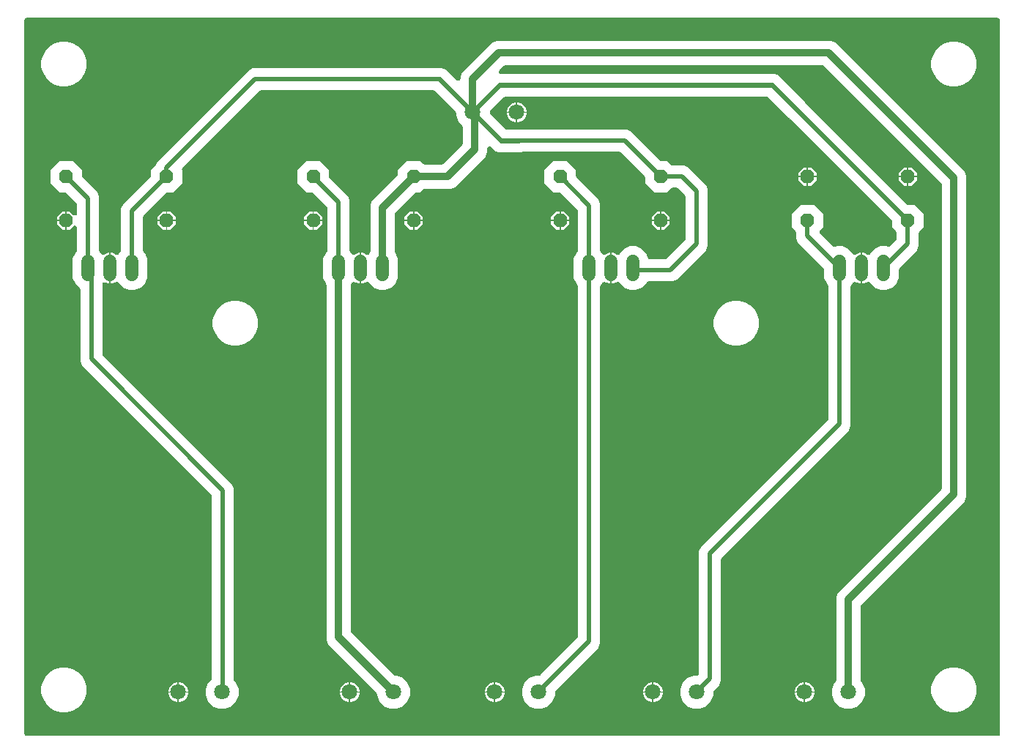
<source format=gbr>
G04 EAGLE Gerber RS-274X export*
G75*
%MOMM*%
%FSLAX34Y34*%
%LPD*%
%INBottom Copper*%
%IPPOS*%
%AMOC8*
5,1,8,0,0,1.08239X$1,22.5*%
G01*
G04 Define Apertures*
%ADD10C,1.524000*%
%ADD11P,1.73204X8X292.5*%
%ADD12P,1.73204X8X112.5*%
%ADD13C,1.800000*%
%ADD14C,0.508000*%
%ADD15C,0.812800*%
%ADD16C,0.609600*%
G36*
X1156691Y-27739D02*
X1155700Y-27940D01*
X33020Y-27940D01*
X32104Y-27769D01*
X31253Y-27224D01*
X30681Y-26391D01*
X30480Y-25400D01*
X30480Y800100D01*
X30651Y801016D01*
X31196Y801867D01*
X32029Y802439D01*
X33020Y802640D01*
X1155700Y802640D01*
X1156616Y802469D01*
X1157467Y801924D01*
X1158039Y801091D01*
X1158240Y800100D01*
X1158240Y-25400D01*
X1158069Y-26316D01*
X1157524Y-27167D01*
X1156691Y-27739D01*
G37*
%LPC*%
G36*
X979169Y3700D02*
X986791Y3700D01*
X993833Y6617D01*
X999223Y12007D01*
X1002140Y19049D01*
X1002140Y26671D01*
X999223Y33713D01*
X997948Y34988D01*
X997405Y35794D01*
X997204Y36784D01*
X997204Y122596D01*
X997390Y123549D01*
X997948Y124392D01*
X1116959Y243403D01*
X1119124Y248631D01*
X1119124Y620049D01*
X1116959Y625277D01*
X968177Y774059D01*
X962949Y776224D01*
X576291Y776224D01*
X571063Y774059D01*
X536581Y739577D01*
X534416Y734349D01*
X534416Y732455D01*
X534260Y731577D01*
X533728Y730717D01*
X532904Y730132D01*
X531917Y729915D01*
X530923Y730101D01*
X530080Y730659D01*
X518022Y742717D01*
X513167Y744728D01*
X507913Y744728D01*
X507153Y744413D01*
X506181Y744220D01*
X294654Y744220D01*
X289986Y742287D01*
X184088Y636388D01*
X182558Y632695D01*
X182007Y631871D01*
X176693Y626557D01*
X176693Y619886D01*
X176508Y618933D01*
X175949Y618090D01*
X144173Y586314D01*
X142240Y581646D01*
X142240Y534197D01*
X142054Y533244D01*
X141496Y532401D01*
X139867Y530772D01*
X139555Y530020D01*
X139061Y529254D01*
X138237Y528669D01*
X137249Y528452D01*
X136256Y528637D01*
X135413Y529196D01*
X135295Y529313D01*
X131561Y530860D01*
X130302Y530860D01*
X130302Y495300D01*
X131561Y495300D01*
X135295Y496847D01*
X135413Y496964D01*
X136163Y497483D01*
X137148Y497708D01*
X138143Y497530D01*
X138991Y496979D01*
X139555Y496140D01*
X139867Y495389D01*
X144868Y490387D01*
X151403Y487680D01*
X158477Y487680D01*
X165012Y490387D01*
X170013Y495388D01*
X172720Y501923D01*
X172720Y524237D01*
X170013Y530772D01*
X168384Y532401D01*
X167841Y533206D01*
X167640Y534197D01*
X167640Y572807D01*
X167826Y573761D01*
X168384Y574603D01*
X193910Y600129D01*
X194715Y600672D01*
X195706Y600873D01*
X202377Y600873D01*
X213015Y611512D01*
X213015Y626730D01*
X212866Y626948D01*
X212649Y627935D01*
X212834Y628929D01*
X213392Y629772D01*
X301697Y718076D01*
X302502Y718619D01*
X303493Y718820D01*
X503509Y718820D01*
X504462Y718634D01*
X505305Y718076D01*
X528736Y694645D01*
X529279Y693840D01*
X529480Y692849D01*
X529480Y689609D01*
X532397Y682567D01*
X536212Y678752D01*
X536755Y677946D01*
X536956Y676956D01*
X536956Y657184D01*
X536770Y656231D01*
X536212Y655388D01*
X514827Y634002D01*
X514021Y633459D01*
X513030Y633258D01*
X492934Y633258D01*
X491981Y633444D01*
X491138Y634002D01*
X487945Y637195D01*
X472900Y637195D01*
X462262Y626557D01*
X462262Y622041D01*
X462076Y621088D01*
X461518Y620245D01*
X432441Y591169D01*
X430276Y585941D01*
X430276Y532673D01*
X430090Y531720D01*
X429532Y530877D01*
X429427Y530772D01*
X429115Y530020D01*
X428621Y529254D01*
X427797Y528669D01*
X426809Y528452D01*
X425816Y528637D01*
X424973Y529196D01*
X424855Y529313D01*
X421121Y530860D01*
X419862Y530860D01*
X419862Y495300D01*
X421121Y495300D01*
X424855Y496847D01*
X424973Y496964D01*
X425723Y497483D01*
X426708Y497708D01*
X427703Y497530D01*
X428551Y496979D01*
X429115Y496140D01*
X429427Y495389D01*
X434428Y490387D01*
X440963Y487680D01*
X448037Y487680D01*
X454572Y490387D01*
X459573Y495388D01*
X462280Y501923D01*
X462280Y524237D01*
X459573Y530772D01*
X459468Y530877D01*
X458925Y531682D01*
X458724Y532673D01*
X458724Y576168D01*
X458910Y577121D01*
X459468Y577964D01*
X481634Y600129D01*
X482439Y600672D01*
X483430Y600873D01*
X487945Y600873D01*
X491138Y604066D01*
X491944Y604609D01*
X492934Y604810D01*
X522804Y604810D01*
X528032Y606976D01*
X563239Y642183D01*
X565404Y647411D01*
X565404Y651845D01*
X565560Y652723D01*
X566092Y653583D01*
X566916Y654168D01*
X567904Y654385D01*
X568897Y654199D01*
X569740Y653641D01*
X574178Y649203D01*
X579033Y647192D01*
X604607Y647192D01*
X605367Y647507D01*
X606339Y647700D01*
X718313Y647700D01*
X719266Y647514D01*
X720109Y646956D01*
X747086Y619979D01*
X747629Y619173D01*
X747830Y618183D01*
X747830Y611512D01*
X758469Y600873D01*
X773514Y600873D01*
X778231Y605590D01*
X779036Y606133D01*
X780027Y606334D01*
X784353Y606334D01*
X785306Y606149D01*
X786149Y605590D01*
X794276Y597463D01*
X794819Y596658D01*
X795020Y595667D01*
X795020Y547333D01*
X794834Y546379D01*
X794276Y545537D01*
X772723Y523984D01*
X771918Y523441D01*
X770927Y523240D01*
X753950Y523240D01*
X753016Y523418D01*
X752168Y523970D01*
X751603Y524808D01*
X749133Y530772D01*
X744132Y535773D01*
X737597Y538480D01*
X730523Y538480D01*
X723988Y535773D01*
X718987Y530772D01*
X718675Y530020D01*
X718181Y529254D01*
X717357Y528669D01*
X716369Y528452D01*
X715376Y528637D01*
X714533Y529196D01*
X714415Y529313D01*
X710681Y530860D01*
X709422Y530860D01*
X709422Y495300D01*
X710681Y495300D01*
X714415Y496847D01*
X714533Y496964D01*
X715283Y497483D01*
X716268Y497708D01*
X717263Y497530D01*
X718111Y496979D01*
X718675Y496140D01*
X718987Y495389D01*
X723988Y490387D01*
X730523Y487680D01*
X737597Y487680D01*
X744132Y490387D01*
X749133Y495388D01*
X749499Y496272D01*
X750021Y497067D01*
X750855Y497639D01*
X751846Y497840D01*
X779766Y497840D01*
X784434Y499773D01*
X818487Y533826D01*
X820420Y538494D01*
X820420Y604506D01*
X818487Y609174D01*
X797860Y629801D01*
X793192Y631734D01*
X780027Y631734D01*
X779074Y631920D01*
X778231Y632478D01*
X773514Y637195D01*
X766843Y637195D01*
X765890Y637381D01*
X765047Y637939D01*
X731820Y671167D01*
X727152Y673100D01*
X606339Y673100D01*
X605367Y673293D01*
X604607Y673608D01*
X588183Y673608D01*
X587230Y673794D01*
X586387Y674352D01*
X569115Y691624D01*
X568588Y692392D01*
X568371Y693380D01*
X568557Y694373D01*
X569115Y695216D01*
X584719Y710820D01*
X585524Y711363D01*
X586515Y711564D01*
X888499Y711564D01*
X889453Y711378D01*
X890295Y710820D01*
X913813Y687303D01*
X914572Y686988D01*
X915396Y686438D01*
X1032655Y569179D01*
X1033198Y568373D01*
X1033399Y567383D01*
X1033399Y560712D01*
X1038116Y555995D01*
X1038659Y555189D01*
X1038860Y554199D01*
X1038860Y547333D01*
X1038674Y546379D01*
X1038116Y545537D01*
X1031116Y538537D01*
X1030330Y538002D01*
X1029341Y537793D01*
X1028348Y537986D01*
X1027157Y538480D01*
X1020083Y538480D01*
X1013548Y535773D01*
X1008547Y530772D01*
X1008235Y530020D01*
X1007741Y529254D01*
X1006917Y528669D01*
X1005929Y528452D01*
X1004936Y528637D01*
X1004093Y529196D01*
X1003975Y529313D01*
X1000241Y530860D01*
X998982Y530860D01*
X998982Y495300D01*
X1000241Y495300D01*
X1003975Y496847D01*
X1004093Y496964D01*
X1004843Y497483D01*
X1005828Y497708D01*
X1006823Y497530D01*
X1007671Y496979D01*
X1008235Y496140D01*
X1008547Y495389D01*
X1013548Y490387D01*
X1020083Y487680D01*
X1027157Y487680D01*
X1033692Y490387D01*
X1038693Y495388D01*
X1041400Y501923D01*
X1041400Y511847D01*
X1041586Y512801D01*
X1042144Y513643D01*
X1062327Y533826D01*
X1064260Y538494D01*
X1064260Y554199D01*
X1064446Y555152D01*
X1065004Y555995D01*
X1069721Y560712D01*
X1069721Y575757D01*
X1059082Y586395D01*
X1052412Y586395D01*
X1051458Y586581D01*
X1050616Y587139D01*
X933357Y704398D01*
X932806Y705222D01*
X932491Y705982D01*
X902504Y735969D01*
X897650Y737980D01*
X581348Y737980D01*
X580470Y738136D01*
X579610Y738668D01*
X579025Y739492D01*
X578808Y740480D01*
X578994Y741473D01*
X579552Y742316D01*
X584268Y747032D01*
X585073Y747575D01*
X586064Y747776D01*
X953176Y747776D01*
X954129Y747590D01*
X954972Y747032D01*
X1089932Y612072D01*
X1090475Y611267D01*
X1090676Y610276D01*
X1090676Y258404D01*
X1090490Y257451D01*
X1089932Y256608D01*
X970921Y137597D01*
X968756Y132369D01*
X968756Y36784D01*
X968570Y35831D01*
X968012Y34988D01*
X966737Y33713D01*
X963820Y26671D01*
X963820Y19049D01*
X966737Y12007D01*
X972127Y6617D01*
X979169Y3700D01*
G37*
G36*
X1101456Y723138D02*
X1108344Y723138D01*
X1114998Y724921D01*
X1120964Y728365D01*
X1125835Y733236D01*
X1129279Y739202D01*
X1131062Y745856D01*
X1131062Y752744D01*
X1129279Y759398D01*
X1125835Y765364D01*
X1120964Y770235D01*
X1114998Y773679D01*
X1108344Y775462D01*
X1101456Y775462D01*
X1094802Y773679D01*
X1088836Y770235D01*
X1083965Y765364D01*
X1080521Y759398D01*
X1078738Y752744D01*
X1078738Y745856D01*
X1080521Y739202D01*
X1083965Y733236D01*
X1088836Y728365D01*
X1094802Y724921D01*
X1101456Y723138D01*
G37*
G36*
X72756Y723138D02*
X79644Y723138D01*
X86298Y724921D01*
X92264Y728365D01*
X97135Y733236D01*
X100579Y739202D01*
X102362Y745856D01*
X102362Y752744D01*
X100579Y759398D01*
X97135Y765364D01*
X92264Y770235D01*
X86298Y773679D01*
X79644Y775462D01*
X72756Y775462D01*
X66102Y773679D01*
X60136Y770235D01*
X55265Y765364D01*
X51821Y759398D01*
X50038Y752744D01*
X50038Y745856D01*
X51821Y739202D01*
X55265Y733236D01*
X60136Y728365D01*
X66102Y724921D01*
X72756Y723138D01*
G37*
G36*
X587900Y694182D02*
X598678Y694182D01*
X598678Y704960D01*
X597145Y704960D01*
X592903Y703203D01*
X589657Y699957D01*
X587900Y695715D01*
X587900Y694182D01*
G37*
G36*
X600202Y694182D02*
X610980Y694182D01*
X610980Y695715D01*
X609223Y699957D01*
X605977Y703203D01*
X601735Y704960D01*
X600202Y704960D01*
X600202Y694182D01*
G37*
G36*
X600202Y681880D02*
X601735Y681880D01*
X605977Y683637D01*
X609223Y686883D01*
X610980Y691125D01*
X610980Y692658D01*
X600202Y692658D01*
X600202Y681880D01*
G37*
G36*
X597145Y681880D02*
X598678Y681880D01*
X598678Y692658D01*
X587900Y692658D01*
X587900Y691125D01*
X589657Y686883D01*
X592903Y683637D01*
X597145Y681880D01*
G37*
G36*
X255269Y3700D02*
X262891Y3700D01*
X269933Y6617D01*
X275323Y12007D01*
X278240Y19049D01*
X278240Y26671D01*
X275323Y33713D01*
X272888Y36148D01*
X272345Y36954D01*
X272144Y37944D01*
X272144Y258906D01*
X270211Y263574D01*
X121140Y412645D01*
X120597Y413450D01*
X120396Y414441D01*
X120396Y494449D01*
X120560Y495346D01*
X121098Y496202D01*
X121927Y496780D01*
X122916Y496989D01*
X123908Y496796D01*
X127519Y495300D01*
X128778Y495300D01*
X128778Y530860D01*
X127519Y530860D01*
X123785Y529313D01*
X123667Y529196D01*
X122918Y528677D01*
X121932Y528452D01*
X120937Y528630D01*
X120090Y529181D01*
X119525Y530020D01*
X119213Y530772D01*
X117584Y532401D01*
X117041Y533206D01*
X116840Y534197D01*
X116840Y596161D01*
X114907Y600828D01*
X97645Y618090D01*
X97102Y618895D01*
X96901Y619886D01*
X96901Y626557D01*
X86263Y637195D01*
X71218Y637195D01*
X60579Y626557D01*
X60579Y611512D01*
X71218Y600873D01*
X77888Y600873D01*
X78842Y600688D01*
X79684Y600129D01*
X90696Y589118D01*
X91239Y588312D01*
X91440Y587322D01*
X91440Y576574D01*
X91284Y575696D01*
X90752Y574836D01*
X89928Y574251D01*
X88941Y574034D01*
X87947Y574219D01*
X87104Y574778D01*
X83106Y578775D01*
X79502Y578775D01*
X79502Y557693D01*
X83106Y557693D01*
X87104Y561691D01*
X87835Y562201D01*
X88819Y562434D01*
X89816Y562264D01*
X90667Y561719D01*
X91239Y560886D01*
X91440Y559895D01*
X91440Y534197D01*
X91254Y533244D01*
X90696Y532401D01*
X89067Y530772D01*
X86360Y524237D01*
X86360Y501923D01*
X89067Y495388D01*
X94252Y490203D01*
X94795Y489398D01*
X94996Y488407D01*
X94996Y405602D01*
X96929Y400934D01*
X246000Y251864D01*
X246543Y251058D01*
X246744Y250068D01*
X246744Y38672D01*
X246558Y37719D01*
X246000Y36876D01*
X242837Y33713D01*
X239920Y26671D01*
X239920Y19049D01*
X242837Y12007D01*
X248227Y6617D01*
X255269Y3700D01*
G37*
G36*
X453389Y3700D02*
X461011Y3700D01*
X468053Y6617D01*
X473443Y12007D01*
X476360Y19049D01*
X476360Y26671D01*
X473443Y33713D01*
X468053Y39103D01*
X461011Y42020D01*
X459208Y42020D01*
X458255Y42206D01*
X457412Y42764D01*
X408668Y91508D01*
X408125Y92313D01*
X407924Y93304D01*
X407924Y493487D01*
X408110Y494440D01*
X408668Y495283D01*
X408773Y495389D01*
X409085Y496140D01*
X409579Y496906D01*
X410403Y497491D01*
X411391Y497708D01*
X412385Y497523D01*
X413227Y496964D01*
X413345Y496847D01*
X417079Y495300D01*
X418338Y495300D01*
X418338Y530860D01*
X417079Y530860D01*
X413345Y529313D01*
X413227Y529196D01*
X412478Y528677D01*
X411492Y528452D01*
X410497Y528630D01*
X409650Y529181D01*
X409085Y530020D01*
X408773Y530772D01*
X407144Y532401D01*
X406601Y533206D01*
X406400Y534197D01*
X406400Y591806D01*
X404467Y596474D01*
X383214Y617727D01*
X382671Y618532D01*
X382470Y619523D01*
X382470Y626557D01*
X371831Y637195D01*
X356786Y637195D01*
X346148Y626557D01*
X346148Y611512D01*
X356786Y600873D01*
X363094Y600873D01*
X364047Y600688D01*
X364890Y600129D01*
X380256Y584763D01*
X380799Y583958D01*
X381000Y582967D01*
X381000Y534197D01*
X380814Y533244D01*
X380256Y532401D01*
X378627Y530772D01*
X375920Y524237D01*
X375920Y501923D01*
X378627Y495388D01*
X378732Y495283D01*
X379275Y494478D01*
X379476Y493487D01*
X379476Y83531D01*
X381641Y78303D01*
X437296Y22648D01*
X437839Y21843D01*
X438040Y20852D01*
X438040Y19049D01*
X440957Y12007D01*
X446347Y6617D01*
X453389Y3700D01*
G37*
G36*
X621029Y3700D02*
X628651Y3700D01*
X635693Y6617D01*
X641083Y12007D01*
X644000Y19049D01*
X644000Y23007D01*
X644186Y23961D01*
X644744Y24803D01*
X694027Y74086D01*
X695960Y78754D01*
X695960Y491963D01*
X696146Y492916D01*
X696704Y493759D01*
X698333Y495389D01*
X698645Y496140D01*
X699139Y496906D01*
X699963Y497491D01*
X700951Y497708D01*
X701945Y497523D01*
X702787Y496964D01*
X702905Y496847D01*
X706639Y495300D01*
X707898Y495300D01*
X707898Y530860D01*
X706639Y530860D01*
X702905Y529313D01*
X702787Y529196D01*
X702038Y528677D01*
X701052Y528452D01*
X700057Y528630D01*
X699210Y529181D01*
X698645Y530020D01*
X698333Y530772D01*
X696704Y532401D01*
X696161Y533206D01*
X695960Y534197D01*
X695960Y588178D01*
X694027Y592845D01*
X668782Y618090D01*
X668239Y618895D01*
X668038Y619886D01*
X668038Y626557D01*
X657400Y637195D01*
X642355Y637195D01*
X631716Y626557D01*
X631716Y611512D01*
X642355Y600873D01*
X649026Y600873D01*
X649979Y600688D01*
X650822Y600129D01*
X669816Y581135D01*
X670359Y580330D01*
X670560Y579339D01*
X670560Y534197D01*
X670374Y533244D01*
X669816Y532401D01*
X668187Y530772D01*
X665480Y524237D01*
X665480Y501923D01*
X668187Y495388D01*
X669816Y493759D01*
X670359Y492954D01*
X670560Y491963D01*
X670560Y87593D01*
X670374Y86639D01*
X669816Y85797D01*
X626783Y42764D01*
X625978Y42221D01*
X624987Y42020D01*
X621029Y42020D01*
X613987Y39103D01*
X608597Y33713D01*
X605680Y26671D01*
X605680Y19049D01*
X608597Y12007D01*
X613987Y6617D01*
X621029Y3700D01*
G37*
G36*
X1052322Y619796D02*
X1062101Y619796D01*
X1062101Y623401D01*
X1055926Y629575D01*
X1052322Y629575D01*
X1052322Y619796D01*
G37*
G36*
X1041019Y619796D02*
X1050798Y619796D01*
X1050798Y629575D01*
X1047194Y629575D01*
X1041019Y623401D01*
X1041019Y619796D01*
G37*
G36*
X924905Y619796D02*
X934684Y619796D01*
X934684Y629575D01*
X931080Y629575D01*
X924905Y623401D01*
X924905Y619796D01*
G37*
G36*
X936208Y619796D02*
X945987Y619796D01*
X945987Y623401D01*
X939812Y629575D01*
X936208Y629575D01*
X936208Y619796D01*
G37*
G36*
X931080Y608493D02*
X934684Y608493D01*
X934684Y618272D01*
X924905Y618272D01*
X924905Y614668D01*
X931080Y608493D01*
G37*
G36*
X1052322Y608493D02*
X1055926Y608493D01*
X1062101Y614668D01*
X1062101Y618272D01*
X1052322Y618272D01*
X1052322Y608493D01*
G37*
G36*
X1047194Y608493D02*
X1050798Y608493D01*
X1050798Y618272D01*
X1041019Y618272D01*
X1041019Y614668D01*
X1047194Y608493D01*
G37*
G36*
X936208Y608493D02*
X939812Y608493D01*
X945987Y614668D01*
X945987Y618272D01*
X936208Y618272D01*
X936208Y608493D01*
G37*
G36*
X803909Y3700D02*
X811531Y3700D01*
X818573Y6617D01*
X823963Y12007D01*
X826880Y19049D01*
X826880Y23007D01*
X827066Y23961D01*
X827624Y24803D01*
X833727Y30906D01*
X835660Y35574D01*
X835660Y176567D01*
X835846Y177521D01*
X836404Y178363D01*
X983587Y325546D01*
X985520Y330214D01*
X985520Y491963D01*
X985706Y492916D01*
X986264Y493759D01*
X987893Y495389D01*
X988205Y496140D01*
X988699Y496906D01*
X989523Y497491D01*
X990511Y497708D01*
X991505Y497523D01*
X992347Y496964D01*
X992465Y496847D01*
X996199Y495300D01*
X997458Y495300D01*
X997458Y530860D01*
X996199Y530860D01*
X992465Y529313D01*
X992347Y529196D01*
X991598Y528677D01*
X990612Y528452D01*
X989617Y528630D01*
X988770Y529181D01*
X988205Y530020D01*
X987893Y530772D01*
X982892Y535773D01*
X976357Y538480D01*
X969283Y538480D01*
X968092Y537986D01*
X967160Y537793D01*
X966166Y537979D01*
X965324Y538537D01*
X950174Y553687D01*
X949647Y554455D01*
X949430Y555442D01*
X949616Y556436D01*
X950174Y557279D01*
X953607Y560712D01*
X953607Y575757D01*
X942968Y586395D01*
X927923Y586395D01*
X917285Y575757D01*
X917285Y560712D01*
X922002Y555995D01*
X922545Y555189D01*
X922746Y554199D01*
X922746Y547928D01*
X924679Y543260D01*
X954296Y513643D01*
X954839Y512838D01*
X955040Y511847D01*
X955040Y501923D01*
X957747Y495388D01*
X959376Y493759D01*
X959919Y492954D01*
X960120Y491963D01*
X960120Y339053D01*
X959934Y338099D01*
X959376Y337257D01*
X812193Y190074D01*
X810260Y185406D01*
X810260Y44560D01*
X810089Y43644D01*
X809544Y42793D01*
X808711Y42221D01*
X807720Y42020D01*
X803909Y42020D01*
X796867Y39103D01*
X791477Y33713D01*
X788560Y26671D01*
X788560Y19049D01*
X791477Y12007D01*
X796867Y6617D01*
X803909Y3700D01*
G37*
G36*
X469882Y568996D02*
X479661Y568996D01*
X479661Y578775D01*
X476057Y578775D01*
X469882Y572601D01*
X469882Y568996D01*
G37*
G36*
X68199Y568996D02*
X77978Y568996D01*
X77978Y578775D01*
X74374Y578775D01*
X68199Y572601D01*
X68199Y568996D01*
G37*
G36*
X755450Y568996D02*
X765229Y568996D01*
X765229Y578775D01*
X761625Y578775D01*
X755450Y572601D01*
X755450Y568996D01*
G37*
G36*
X650639Y568996D02*
X660418Y568996D01*
X660418Y572601D01*
X654243Y578775D01*
X650639Y578775D01*
X650639Y568996D01*
G37*
G36*
X353768Y568996D02*
X363547Y568996D01*
X363547Y578775D01*
X359942Y578775D01*
X353768Y572601D01*
X353768Y568996D01*
G37*
G36*
X639336Y568996D02*
X649115Y568996D01*
X649115Y578775D01*
X645511Y578775D01*
X639336Y572601D01*
X639336Y568996D01*
G37*
G36*
X184313Y568996D02*
X194092Y568996D01*
X194092Y578775D01*
X190488Y578775D01*
X184313Y572601D01*
X184313Y568996D01*
G37*
G36*
X766753Y568996D02*
X776532Y568996D01*
X776532Y572601D01*
X770358Y578775D01*
X766753Y578775D01*
X766753Y568996D01*
G37*
G36*
X195616Y568996D02*
X205395Y568996D01*
X205395Y572601D01*
X199220Y578775D01*
X195616Y578775D01*
X195616Y568996D01*
G37*
G36*
X365071Y568996D02*
X374850Y568996D01*
X374850Y572601D01*
X368675Y578775D01*
X365071Y578775D01*
X365071Y568996D01*
G37*
G36*
X481185Y568996D02*
X490964Y568996D01*
X490964Y572601D01*
X484789Y578775D01*
X481185Y578775D01*
X481185Y568996D01*
G37*
G36*
X766753Y557693D02*
X770358Y557693D01*
X776532Y563868D01*
X776532Y567472D01*
X766753Y567472D01*
X766753Y557693D01*
G37*
G36*
X761625Y557693D02*
X765229Y557693D01*
X765229Y567472D01*
X755450Y567472D01*
X755450Y563868D01*
X761625Y557693D01*
G37*
G36*
X650639Y557693D02*
X654243Y557693D01*
X660418Y563868D01*
X660418Y567472D01*
X650639Y567472D01*
X650639Y557693D01*
G37*
G36*
X645511Y557693D02*
X649115Y557693D01*
X649115Y567472D01*
X639336Y567472D01*
X639336Y563868D01*
X645511Y557693D01*
G37*
G36*
X481185Y557693D02*
X484789Y557693D01*
X490964Y563868D01*
X490964Y567472D01*
X481185Y567472D01*
X481185Y557693D01*
G37*
G36*
X476057Y557693D02*
X479661Y557693D01*
X479661Y567472D01*
X469882Y567472D01*
X469882Y563868D01*
X476057Y557693D01*
G37*
G36*
X365071Y557693D02*
X368675Y557693D01*
X374850Y563868D01*
X374850Y567472D01*
X365071Y567472D01*
X365071Y557693D01*
G37*
G36*
X359942Y557693D02*
X363547Y557693D01*
X363547Y567472D01*
X353768Y567472D01*
X353768Y563868D01*
X359942Y557693D01*
G37*
G36*
X195616Y557693D02*
X199220Y557693D01*
X205395Y563868D01*
X205395Y567472D01*
X195616Y567472D01*
X195616Y557693D01*
G37*
G36*
X190488Y557693D02*
X194092Y557693D01*
X194092Y567472D01*
X184313Y567472D01*
X184313Y563868D01*
X190488Y557693D01*
G37*
G36*
X74374Y557693D02*
X77978Y557693D01*
X77978Y567472D01*
X68199Y567472D01*
X68199Y563868D01*
X74374Y557693D01*
G37*
G36*
X849996Y423418D02*
X856884Y423418D01*
X863538Y425201D01*
X869504Y428645D01*
X874375Y433516D01*
X877819Y439482D01*
X879602Y446136D01*
X879602Y453024D01*
X877819Y459678D01*
X874375Y465644D01*
X869504Y470515D01*
X863538Y473959D01*
X856884Y475742D01*
X849996Y475742D01*
X843342Y473959D01*
X837376Y470515D01*
X832505Y465644D01*
X829061Y459678D01*
X827278Y453024D01*
X827278Y446136D01*
X829061Y439482D01*
X832505Y433516D01*
X837376Y428645D01*
X843342Y425201D01*
X849996Y423418D01*
G37*
G36*
X270876Y423418D02*
X277764Y423418D01*
X284418Y425201D01*
X290384Y428645D01*
X295255Y433516D01*
X298699Y439482D01*
X300482Y446136D01*
X300482Y453024D01*
X298699Y459678D01*
X295255Y465644D01*
X290384Y470515D01*
X284418Y473959D01*
X277764Y475742D01*
X270876Y475742D01*
X264222Y473959D01*
X258256Y470515D01*
X253385Y465644D01*
X249941Y459678D01*
X248158Y453024D01*
X248158Y446136D01*
X249941Y439482D01*
X253385Y433516D01*
X258256Y428645D01*
X264222Y425201D01*
X270876Y423418D01*
G37*
G36*
X1101456Y-762D02*
X1108344Y-762D01*
X1114998Y1021D01*
X1120964Y4465D01*
X1125835Y9336D01*
X1129279Y15302D01*
X1131062Y21956D01*
X1131062Y28844D01*
X1129279Y35498D01*
X1125835Y41464D01*
X1120964Y46335D01*
X1114998Y49779D01*
X1108344Y51562D01*
X1101456Y51562D01*
X1094802Y49779D01*
X1088836Y46335D01*
X1083965Y41464D01*
X1080521Y35498D01*
X1078738Y28844D01*
X1078738Y21956D01*
X1080521Y15302D01*
X1083965Y9336D01*
X1088836Y4465D01*
X1094802Y1021D01*
X1101456Y-762D01*
G37*
G36*
X72756Y-762D02*
X79644Y-762D01*
X86298Y1021D01*
X92264Y4465D01*
X97135Y9336D01*
X100579Y15302D01*
X102362Y21956D01*
X102362Y28844D01*
X100579Y35498D01*
X97135Y41464D01*
X92264Y46335D01*
X86298Y49779D01*
X79644Y51562D01*
X72756Y51562D01*
X66102Y49779D01*
X60136Y46335D01*
X55265Y41464D01*
X51821Y35498D01*
X50038Y28844D01*
X50038Y21956D01*
X51821Y15302D01*
X55265Y9336D01*
X60136Y4465D01*
X66102Y1021D01*
X72756Y-762D01*
G37*
G36*
X745380Y23622D02*
X756158Y23622D01*
X756158Y34400D01*
X754625Y34400D01*
X750383Y32643D01*
X747137Y29397D01*
X745380Y25155D01*
X745380Y23622D01*
G37*
G36*
X562500Y23622D02*
X573278Y23622D01*
X573278Y34400D01*
X571745Y34400D01*
X567503Y32643D01*
X564257Y29397D01*
X562500Y25155D01*
X562500Y23622D01*
G37*
G36*
X394860Y23622D02*
X405638Y23622D01*
X405638Y34400D01*
X404105Y34400D01*
X399863Y32643D01*
X396617Y29397D01*
X394860Y25155D01*
X394860Y23622D01*
G37*
G36*
X196740Y23622D02*
X207518Y23622D01*
X207518Y34400D01*
X205985Y34400D01*
X201743Y32643D01*
X198497Y29397D01*
X196740Y25155D01*
X196740Y23622D01*
G37*
G36*
X920640Y23622D02*
X931418Y23622D01*
X931418Y34400D01*
X929885Y34400D01*
X925643Y32643D01*
X922397Y29397D01*
X920640Y25155D01*
X920640Y23622D01*
G37*
G36*
X932942Y23622D02*
X943720Y23622D01*
X943720Y25155D01*
X941963Y29397D01*
X938717Y32643D01*
X934475Y34400D01*
X932942Y34400D01*
X932942Y23622D01*
G37*
G36*
X209042Y23622D02*
X219820Y23622D01*
X219820Y25155D01*
X218063Y29397D01*
X214817Y32643D01*
X210575Y34400D01*
X209042Y34400D01*
X209042Y23622D01*
G37*
G36*
X407162Y23622D02*
X417940Y23622D01*
X417940Y25155D01*
X416183Y29397D01*
X412937Y32643D01*
X408695Y34400D01*
X407162Y34400D01*
X407162Y23622D01*
G37*
G36*
X574802Y23622D02*
X585580Y23622D01*
X585580Y25155D01*
X583823Y29397D01*
X580577Y32643D01*
X576335Y34400D01*
X574802Y34400D01*
X574802Y23622D01*
G37*
G36*
X757682Y23622D02*
X768460Y23622D01*
X768460Y25155D01*
X766703Y29397D01*
X763457Y32643D01*
X759215Y34400D01*
X757682Y34400D01*
X757682Y23622D01*
G37*
G36*
X932942Y11320D02*
X934475Y11320D01*
X938717Y13077D01*
X941963Y16323D01*
X943720Y20565D01*
X943720Y22098D01*
X932942Y22098D01*
X932942Y11320D01*
G37*
G36*
X929885Y11320D02*
X931418Y11320D01*
X931418Y22098D01*
X920640Y22098D01*
X920640Y20565D01*
X922397Y16323D01*
X925643Y13077D01*
X929885Y11320D01*
G37*
G36*
X757682Y11320D02*
X759215Y11320D01*
X763457Y13077D01*
X766703Y16323D01*
X768460Y20565D01*
X768460Y22098D01*
X757682Y22098D01*
X757682Y11320D01*
G37*
G36*
X754625Y11320D02*
X756158Y11320D01*
X756158Y22098D01*
X745380Y22098D01*
X745380Y20565D01*
X747137Y16323D01*
X750383Y13077D01*
X754625Y11320D01*
G37*
G36*
X574802Y11320D02*
X576335Y11320D01*
X580577Y13077D01*
X583823Y16323D01*
X585580Y20565D01*
X585580Y22098D01*
X574802Y22098D01*
X574802Y11320D01*
G37*
G36*
X571745Y11320D02*
X573278Y11320D01*
X573278Y22098D01*
X562500Y22098D01*
X562500Y20565D01*
X564257Y16323D01*
X567503Y13077D01*
X571745Y11320D01*
G37*
G36*
X407162Y11320D02*
X408695Y11320D01*
X412937Y13077D01*
X416183Y16323D01*
X417940Y20565D01*
X417940Y22098D01*
X407162Y22098D01*
X407162Y11320D01*
G37*
G36*
X404105Y11320D02*
X405638Y11320D01*
X405638Y22098D01*
X394860Y22098D01*
X394860Y20565D01*
X396617Y16323D01*
X399863Y13077D01*
X404105Y11320D01*
G37*
G36*
X209042Y11320D02*
X210575Y11320D01*
X214817Y13077D01*
X218063Y16323D01*
X219820Y20565D01*
X219820Y22098D01*
X209042Y22098D01*
X209042Y11320D01*
G37*
G36*
X205985Y11320D02*
X207518Y11320D01*
X207518Y22098D01*
X196740Y22098D01*
X196740Y20565D01*
X198497Y16323D01*
X201743Y13077D01*
X205985Y11320D01*
G37*
%LPD*%
D10*
X444500Y520700D02*
X444500Y505460D01*
X419100Y505460D02*
X419100Y520700D01*
X393700Y520700D02*
X393700Y505460D01*
X734060Y505460D02*
X734060Y520700D01*
X708660Y520700D02*
X708660Y505460D01*
X683260Y505460D02*
X683260Y520700D01*
X154940Y520700D02*
X154940Y505460D01*
X129540Y505460D02*
X129540Y520700D01*
X104140Y520700D02*
X104140Y505460D01*
D11*
X765991Y619034D03*
X765991Y568234D03*
X649877Y619034D03*
X649877Y568234D03*
X364309Y619034D03*
X364309Y568234D03*
X78740Y619034D03*
X78740Y568234D03*
X194854Y619034D03*
X194854Y568234D03*
X480423Y619034D03*
X480423Y568234D03*
D10*
X1023620Y520700D02*
X1023620Y505460D01*
X998220Y505460D02*
X998220Y520700D01*
X972820Y520700D02*
X972820Y505460D01*
D12*
X1051560Y568234D03*
X1051560Y619034D03*
X935446Y568234D03*
X935446Y619034D03*
D13*
X259080Y22860D03*
X208280Y22860D03*
X457200Y22860D03*
X406400Y22860D03*
X624840Y22860D03*
X574040Y22860D03*
X982980Y22860D03*
X932180Y22860D03*
X807720Y22860D03*
X756920Y22860D03*
X548640Y693420D03*
X599440Y693420D03*
D14*
X601980Y660400D02*
X724626Y660400D01*
X601980Y660400D02*
X589280Y660400D01*
X724626Y660400D02*
X765991Y619034D01*
X790666Y619034D01*
X807720Y601980D01*
X807720Y541020D01*
X777240Y510540D01*
X739140Y510540D01*
D15*
X551180Y650240D02*
X519974Y619034D01*
X480423Y619034D01*
X444500Y583111D01*
X444500Y513080D01*
D14*
X921294Y698500D02*
X1051560Y568234D01*
X1051560Y541020D01*
X1023620Y513080D01*
X510540Y731520D02*
X297180Y731520D01*
X194854Y629194D01*
X194854Y619034D01*
X154940Y579120D01*
X154940Y513080D01*
D16*
X510540Y731520D02*
X548640Y693420D01*
X551180Y690880D01*
D15*
X551180Y650240D01*
D16*
X581660Y660400D02*
X548640Y693420D01*
X581660Y660400D02*
X601980Y660400D01*
X579992Y724772D02*
X895022Y724772D01*
X921294Y698500D01*
X579992Y724772D02*
X548640Y693420D01*
D15*
X548640Y731520D01*
X579120Y762000D01*
X960120Y762000D01*
X1104900Y617220D01*
X1104900Y251460D01*
X982980Y129540D01*
X982980Y22860D01*
D14*
X104140Y593634D02*
X78740Y619034D01*
X104140Y593634D02*
X104140Y513080D01*
X107696Y509524D01*
X107696Y408128D01*
X259444Y256380D01*
X259444Y23224D01*
X259080Y22860D01*
X393700Y513080D02*
X393700Y589280D01*
X365760Y617220D01*
D15*
X393700Y513080D02*
X393700Y106680D01*
X393700Y86360D01*
X457200Y22860D01*
D14*
X683260Y513080D02*
X683260Y585651D01*
X649877Y619034D01*
X683260Y513080D02*
X683260Y81280D01*
X624840Y22860D01*
X972820Y513080D02*
X935446Y550454D01*
X935446Y568234D01*
X972820Y513080D02*
X972820Y332740D01*
X822960Y182880D01*
X822960Y38100D02*
X807720Y22860D01*
X822960Y38100D02*
X822960Y182880D01*
M02*

</source>
